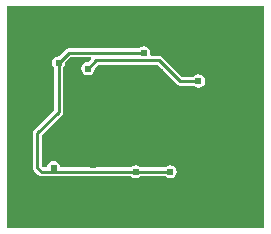
<source format=gbl>
G04*
G04 #@! TF.GenerationSoftware,Altium Limited,Altium Designer,19.0.10 (269)*
G04*
G04 Layer_Physical_Order=4*
G04 Layer_Color=16711680*
%FSLAX24Y24*%
%MOIN*%
G70*
G01*
G75*
%ADD10C,0.0098*%
%ADD37C,0.0240*%
G36*
X4690Y-3706D02*
X-3903D01*
Y3706D01*
X4690D01*
Y-3706D01*
D02*
G37*
%LPC*%
G36*
X659Y2370D02*
X574Y2353D01*
X501Y2304D01*
X497Y2298D01*
X-1841D01*
X-1899Y2286D01*
X-1948Y2253D01*
X-1948Y2253D01*
X-2168Y2034D01*
X-2175Y2035D01*
X-2261Y2018D01*
X-2334Y1970D01*
X-2382Y1897D01*
X-2400Y1811D01*
X-2382Y1725D01*
X-2334Y1652D01*
X-2327Y1648D01*
Y238D01*
X-2984Y-419D01*
X-3017Y-469D01*
X-3029Y-527D01*
Y-1683D01*
X-3017Y-1741D01*
X-2984Y-1791D01*
X-2847Y-1928D01*
X-2847Y-1928D01*
X-2797Y-1961D01*
X-2739Y-1973D01*
X-2739Y-1973D01*
X241D01*
X245Y-1979D01*
X318Y-2028D01*
X404Y-2045D01*
X489Y-2028D01*
X562Y-1979D01*
X566Y-1973D01*
X1382D01*
X1387Y-1979D01*
X1459Y-2028D01*
X1545Y-2045D01*
X1631Y-2028D01*
X1704Y-1979D01*
X1753Y-1907D01*
X1770Y-1821D01*
X1753Y-1735D01*
X1704Y-1662D01*
X1631Y-1614D01*
X1545Y-1597D01*
X1459Y-1614D01*
X1387Y-1662D01*
X1382Y-1669D01*
X566D01*
X562Y-1662D01*
X489Y-1614D01*
X404Y-1597D01*
X318Y-1614D01*
X245Y-1662D01*
X241Y-1669D01*
X-2115D01*
X-2130Y-1597D01*
X-2178Y-1524D01*
X-2251Y-1476D01*
X-2337Y-1459D01*
X-2423Y-1476D01*
X-2495Y-1524D01*
X-2544Y-1597D01*
X-2558Y-1669D01*
X-2676D01*
X-2725Y-1620D01*
Y-590D01*
X-2068Y67D01*
X-2068Y67D01*
X-2035Y117D01*
X-2023Y175D01*
Y1648D01*
X-2017Y1652D01*
X-1968Y1725D01*
X-1951Y1811D01*
X-1952Y1819D01*
X-1778Y1994D01*
X-1097D01*
X-1078Y1947D01*
X-1183Y1842D01*
X-1191Y1843D01*
X-1277Y1826D01*
X-1350Y1778D01*
X-1398Y1705D01*
X-1415Y1619D01*
X-1398Y1533D01*
X-1350Y1460D01*
X-1277Y1412D01*
X-1191Y1395D01*
X-1105Y1412D01*
X-1032Y1460D01*
X-984Y1533D01*
X-967Y1619D01*
X-968Y1627D01*
X-847Y1748D01*
X1117D01*
X1772Y1093D01*
X1772Y1093D01*
X1821Y1060D01*
X1879Y1049D01*
X1879Y1049D01*
X2323D01*
X2327Y1042D01*
X2400Y994D01*
X2486Y976D01*
X2572Y994D01*
X2645Y1042D01*
X2693Y1115D01*
X2710Y1201D01*
X2693Y1287D01*
X2645Y1359D01*
X2572Y1408D01*
X2486Y1425D01*
X2400Y1408D01*
X2327Y1359D01*
X2323Y1353D01*
X1942D01*
X1288Y2008D01*
X1238Y2041D01*
X1180Y2052D01*
X916D01*
X875Y2102D01*
X884Y2146D01*
X867Y2232D01*
X818Y2304D01*
X745Y2353D01*
X659Y2370D01*
D02*
G37*
%LPD*%
D10*
X-910Y1900D02*
X1180D01*
X1879Y1201D01*
X2486D01*
X-2175Y1811D02*
X-1841Y2146D01*
X659D01*
X404Y-1821D02*
X1545D01*
X-2877Y-1683D02*
Y-527D01*
X-2175Y175D01*
Y1811D01*
X-2877Y-1683D02*
X-2739Y-1821D01*
X404D01*
X404Y-1821D01*
X-1191Y1619D02*
X-910Y1900D01*
D37*
X1949Y1841D02*
D03*
X3490Y-3590D02*
D03*
Y-2590D02*
D03*
X2472D02*
D03*
Y-3590D02*
D03*
X2825Y-797D02*
D03*
X3570Y3590D02*
D03*
X757D02*
D03*
Y2953D02*
D03*
X1390Y3020D02*
D03*
X2710Y2210D02*
D03*
X2700Y1550D02*
D03*
X2486Y1201D02*
D03*
X2590Y700D02*
D03*
X2569Y-39D02*
D03*
X4566Y-79D02*
D03*
X4566Y679D02*
D03*
X2910Y1050D02*
D03*
X4570Y-3590D02*
D03*
Y-2590D02*
D03*
Y-1590D02*
D03*
X2472D02*
D03*
X3490D02*
D03*
Y-590D02*
D03*
X4570D02*
D03*
X2570Y3590D02*
D03*
X4570D02*
D03*
X1570D02*
D03*
X4570Y2590D02*
D03*
X3570D02*
D03*
X4570Y1590D02*
D03*
X3570D02*
D03*
X3566Y679D02*
D03*
X3566Y-79D02*
D03*
X295Y2904D02*
D03*
X1496Y-2234D02*
D03*
X1208Y-3590D02*
D03*
X260D02*
D03*
X148Y-2559D02*
D03*
X-1020Y-2864D02*
D03*
Y-2070D02*
D03*
Y-3590D02*
D03*
X-1970D02*
D03*
X-1912Y-2559D02*
D03*
X-2503D02*
D03*
X-2500Y-3590D02*
D03*
X-3790Y-60D02*
D03*
X-2619Y394D02*
D03*
X-2835Y1033D02*
D03*
X-2913Y1467D02*
D03*
X-787Y2559D02*
D03*
X-2559Y2362D02*
D03*
X-719Y3590D02*
D03*
X-1575D02*
D03*
X-2559D02*
D03*
X-3790D02*
D03*
Y2362D02*
D03*
Y984D02*
D03*
Y-2470D02*
D03*
Y-3590D02*
D03*
X-2337Y-1683D02*
D03*
X-3062Y-157D02*
D03*
X659Y2146D02*
D03*
X1201Y1496D02*
D03*
X-2175Y1811D02*
D03*
X-709Y1457D02*
D03*
X404Y-1821D02*
D03*
X1545Y-1821D02*
D03*
X404Y-2244D02*
D03*
X1211Y-2550D02*
D03*
X1417Y-1378D02*
D03*
X-3790Y-1330D02*
D03*
X-2002D02*
D03*
X-709Y709D02*
D03*
X-236D02*
D03*
X236D02*
D03*
X709D02*
D03*
X-709Y236D02*
D03*
X-236D02*
D03*
X236D02*
D03*
X709D02*
D03*
X-709Y-236D02*
D03*
X-236D02*
D03*
X236D02*
D03*
X709D02*
D03*
X-709Y-709D02*
D03*
X-236D02*
D03*
X236D02*
D03*
X709D02*
D03*
X-1610Y1760D02*
D03*
X-1580Y2520D02*
D03*
X-1020Y-1580D02*
D03*
X-1191Y1619D02*
D03*
M02*

</source>
